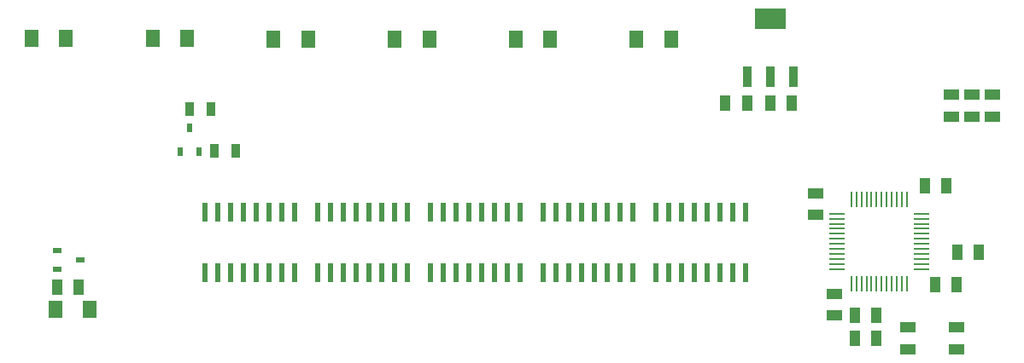
<source format=gbr>
G04 DipTrace 4.1.0.0*
G04 BottomPaste.gbr*
%MOIN*%
G04 #@! TF.FileFunction,Paste,Bot*
G04 #@! TF.Part,Single*
%ADD24R,0.062X0.042*%
%ADD25R,0.042X0.062*%
%ADD58R,0.059055X0.007874*%
%ADD60R,0.007874X0.059055*%
%ADD62R,0.124016X0.080709*%
%ADD64R,0.033465X0.080709*%
%ADD66R,0.019685X0.074803*%
%ADD68R,0.022063X0.036063*%
%ADD70R,0.036063X0.022063*%
%ADD79R,0.055118X0.066929*%
%ADD85R,0.038063X0.058063*%
%FSLAX26Y26*%
G04*
G70*
G90*
G75*
G01*
G04 BotPaste*
%LPD*%
D24*
X4208888Y560744D3*
X4208892Y476744D3*
D25*
X3582041Y1440062D3*
X3498041Y1440059D3*
D24*
X4398819Y560744D3*
Y476744D3*
D25*
X4087909Y518588D3*
X4003909Y518585D3*
X3672883Y1440059D3*
X3756883Y1440061D3*
X4316449Y729266D3*
X4400449D3*
D24*
X3922289Y607169D3*
X3922280Y691169D3*
X3848921Y1086657D3*
X3848930Y1002657D3*
D25*
X4361079Y1114455D3*
X4277079Y1114451D3*
D79*
X1017262Y632878D3*
X882231Y632872D3*
X3286062Y1689387D3*
X3151030D3*
X2813635D3*
X2678604D3*
X2342194D3*
X2207163D3*
X1869343D3*
X1734311D3*
X1397324Y1690638D3*
X1262293D3*
X924470D3*
X789438D3*
D70*
X890920Y787471D3*
X890915Y862274D3*
X981469Y824878D3*
D68*
X1444929Y1249709D3*
X1370126D3*
X1407528Y1340260D3*
D25*
X4003909Y607169D3*
X4087909D3*
X974466Y717880D3*
X890466Y717871D3*
X4487860Y853626D3*
X4403860D3*
D85*
X1490803Y1414984D3*
X1406803D3*
X1587803Y1250985D3*
X1503803Y1250983D3*
D24*
X4458961Y1386852D3*
Y1470852D3*
X4378961Y1386852D3*
Y1470852D3*
X4538961Y1386852D3*
Y1470852D3*
D66*
X3577862Y775516D3*
X3527862D3*
X3477862D3*
X3427862D3*
X3377862D3*
X3327862D3*
X3277862D3*
X3227862D3*
Y1011736D3*
X3277862D3*
X3327862D3*
X3377862D3*
X3427862D3*
X3477862D3*
X3527862D3*
X3577862D3*
X3137862Y775516D3*
X3087862D3*
X3037862D3*
X2987862D3*
X2937862D3*
X2887862D3*
X2837862D3*
X2787862D3*
Y1011736D3*
X2837862D3*
X2887862D3*
X2937862D3*
X2987862D3*
X3037862D3*
X3087862D3*
X3137862D3*
X2697862Y775516D3*
X2647862D3*
X2597862D3*
X2547862D3*
X2497862D3*
X2447862D3*
X2397862D3*
X2347862D3*
Y1011736D3*
X2397862D3*
X2447862D3*
X2497862D3*
X2547862D3*
X2597862D3*
X2647862D3*
X2697862D3*
X2257862Y775516D3*
X2207862D3*
X2157862D3*
X2107862D3*
X2057862D3*
X2007862D3*
X1957862D3*
X1907862D3*
Y1011736D3*
X1957862D3*
X2007862D3*
X2057862D3*
X2107862D3*
X2157862D3*
X2207862D3*
X2257862D3*
X1817862Y775516D3*
X1767862D3*
X1717862D3*
X1667862D3*
X1617862D3*
X1567862D3*
X1517862D3*
X1467862D3*
Y1011736D3*
X1517862D3*
X1567862D3*
X1617862D3*
X1667862D3*
X1717862D3*
X1767862D3*
X1817862D3*
D64*
X3763315Y1541214D3*
X3672764D3*
X3582213D3*
D62*
X3672764Y1769560D3*
D60*
X4205890Y732563D3*
X4186205D3*
X4166520D3*
X4146835D3*
X4127150D3*
X4107465D3*
X4087780D3*
X4068094D3*
X4048409D3*
X4028724D3*
X4009039D3*
X3989354D3*
D58*
X3932268Y789650D3*
Y809335D3*
Y829020D3*
Y848705D3*
Y868390D3*
Y888075D3*
Y907760D3*
Y927445D3*
Y947130D3*
Y966815D3*
Y986500D3*
Y1006185D3*
D60*
X3989354Y1063272D3*
X4009039D3*
X4028724D3*
X4048409D3*
X4068094D3*
X4087780D3*
X4107465D3*
X4127150D3*
X4146835D3*
X4166520D3*
X4186205D3*
X4205890D3*
D58*
X4262976Y1006185D3*
Y986500D3*
Y966815D3*
Y947130D3*
Y927445D3*
Y907760D3*
Y888075D3*
Y868390D3*
Y848705D3*
Y829020D3*
Y809335D3*
Y789650D3*
M02*

</source>
